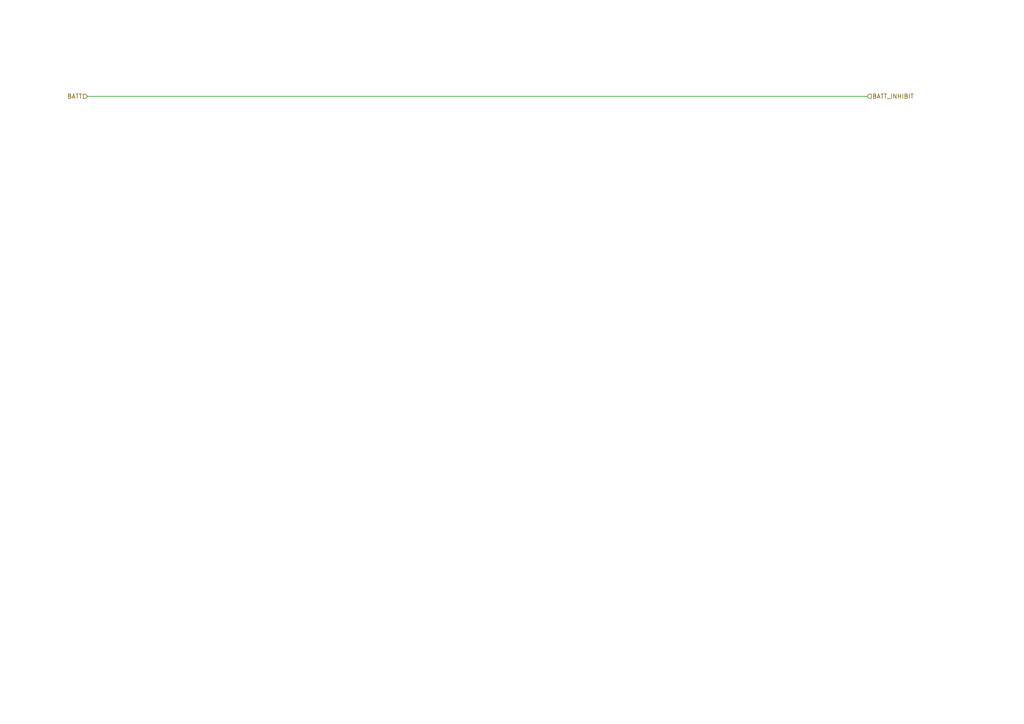
<source format=kicad_sch>
(kicad_sch (version 20211123) (generator eeschema)
  (paper "A4")
  (lib_symbols)
  (wire (pts (xy 25.4 27.94) (xy 251.46 27.94)))
  (hierarchical_label "BATT" (shape input) (at 25.4 27.94 180))
  (hierarchical_label "BATT_INHIBIT" (shape input) (at 251.46 27.94 0))
)
</source>
